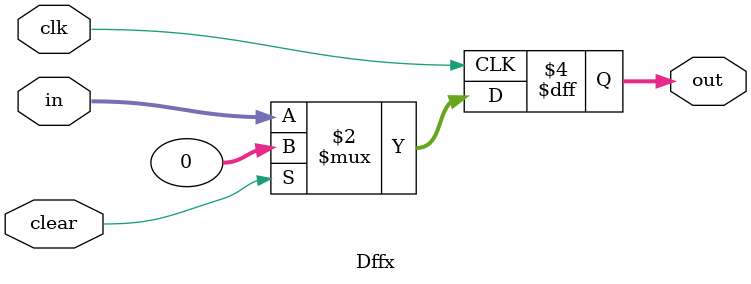
<source format=v>
module Dffx(out, clear, in, clk);
	parameter n= 32;
	input [n-1:0] in;
	input clear; // 1 is clear, 0 is not clear
	input clk;
	output reg [n-1:0] out;
initial	
	begin
		out <= 32'h0;
	end
always @(posedge clk)
	begin
		out <= clear? 32'd0 : in;
	end
endmodule

</source>
